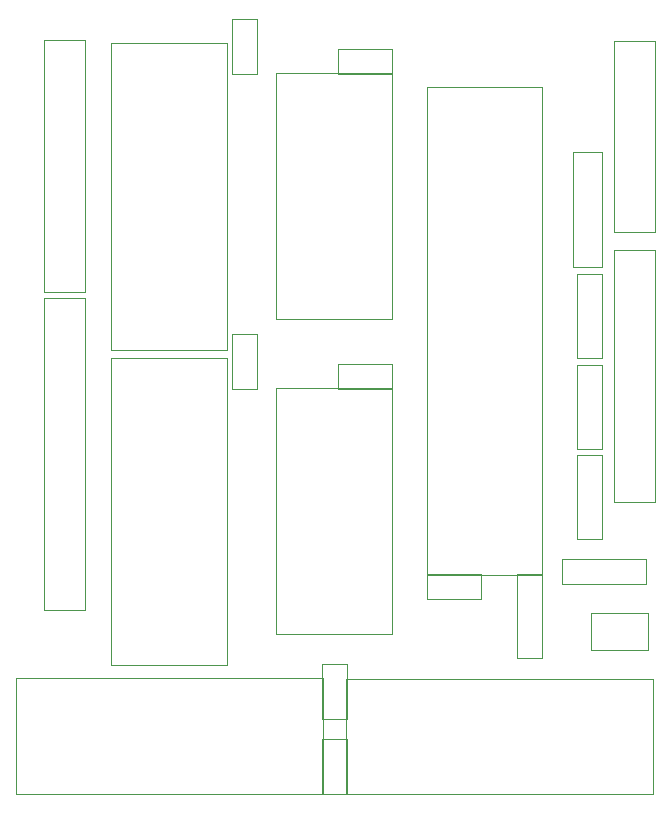
<source format=gbr>
G04 #@! TF.GenerationSoftware,KiCad,Pcbnew,(6.0.5)*
G04 #@! TF.CreationDate,2022-06-29T15:53:13+12:00*
G04 #@! TF.ProjectId,APEDSK-AU,41504544-534b-42d4-9155-2e6b69636164,rev?*
G04 #@! TF.SameCoordinates,Original*
G04 #@! TF.FileFunction,Other,User*
%FSLAX46Y46*%
G04 Gerber Fmt 4.6, Leading zero omitted, Abs format (unit mm)*
G04 Created by KiCad (PCBNEW (6.0.5)) date 2022-06-29 15:53:13*
%MOMM*%
%LPD*%
G01*
G04 APERTURE LIST*
%ADD10C,0.050000*%
G04 APERTURE END LIST*
D10*
X170208000Y-89035000D02*
X173708000Y-89035000D01*
X170208000Y-110335000D02*
X170208000Y-89035000D01*
X173708000Y-110335000D02*
X173708000Y-89035000D01*
X170208000Y-110335000D02*
X173708000Y-110335000D01*
X170208000Y-87475000D02*
X170208000Y-71275000D01*
X173708000Y-87475000D02*
X173708000Y-71275000D01*
X170208000Y-71275000D02*
X173708000Y-71275000D01*
X170208000Y-87475000D02*
X173708000Y-87475000D01*
X125448000Y-119479000D02*
X125448000Y-93079000D01*
X121948000Y-119479000D02*
X121948000Y-93079000D01*
X121948000Y-93079000D02*
X125448000Y-93079000D01*
X121948000Y-119479000D02*
X125448000Y-119479000D01*
X121948000Y-92555000D02*
X125448000Y-92555000D01*
X121948000Y-71255000D02*
X125448000Y-71255000D01*
X125448000Y-92555000D02*
X125448000Y-71255000D01*
X121948000Y-92555000D02*
X121948000Y-71255000D01*
X137888000Y-96145000D02*
X137888000Y-100745000D01*
X139988000Y-96145000D02*
X137888000Y-96145000D01*
X137888000Y-100745000D02*
X139988000Y-100745000D01*
X139988000Y-100745000D02*
X139988000Y-96145000D01*
X168268000Y-119735000D02*
X168268000Y-122835000D01*
X168268000Y-122835000D02*
X173118000Y-122835000D01*
X173118000Y-122835000D02*
X173118000Y-119735000D01*
X173118000Y-119735000D02*
X168268000Y-119735000D01*
X169198000Y-98105000D02*
X169198000Y-91025000D01*
X169198000Y-91025000D02*
X167098000Y-91025000D01*
X167098000Y-91025000D02*
X167098000Y-98105000D01*
X167098000Y-98105000D02*
X169198000Y-98105000D01*
X169198000Y-106365000D02*
X167098000Y-106365000D01*
X167098000Y-106365000D02*
X167098000Y-113445000D01*
X167098000Y-113445000D02*
X169198000Y-113445000D01*
X169198000Y-113445000D02*
X169198000Y-106365000D01*
X172908000Y-117255000D02*
X172908000Y-115155000D01*
X165828000Y-117255000D02*
X172908000Y-117255000D01*
X165828000Y-115155000D02*
X165828000Y-117255000D01*
X172908000Y-115155000D02*
X165828000Y-115155000D01*
X145508000Y-130435000D02*
X145508000Y-135035000D01*
X145508000Y-135035000D02*
X147608000Y-135035000D01*
X147608000Y-135035000D02*
X147608000Y-130435000D01*
X147608000Y-130435000D02*
X145508000Y-130435000D01*
X119618000Y-135065000D02*
X145568000Y-135065000D01*
X145568000Y-125265000D02*
X119618000Y-125265000D01*
X119618000Y-125265000D02*
X119618000Y-135065000D01*
X145568000Y-135065000D02*
X145568000Y-125265000D01*
X145508000Y-128685000D02*
X147608000Y-128685000D01*
X145508000Y-124085000D02*
X145508000Y-128685000D01*
X147608000Y-124085000D02*
X145508000Y-124085000D01*
X147608000Y-128685000D02*
X147608000Y-124085000D01*
X169198000Y-98745000D02*
X167098000Y-98745000D01*
X169198000Y-105825000D02*
X169198000Y-98745000D01*
X167098000Y-105825000D02*
X169198000Y-105825000D01*
X167098000Y-98745000D02*
X167098000Y-105825000D01*
X162018000Y-116425000D02*
X162018000Y-123505000D01*
X164118000Y-123505000D02*
X164118000Y-116425000D01*
X162018000Y-123505000D02*
X164118000Y-123505000D01*
X164118000Y-116425000D02*
X162018000Y-116425000D01*
X147548000Y-135085000D02*
X173498000Y-135085000D01*
X173498000Y-135085000D02*
X173498000Y-125285000D01*
X173498000Y-125285000D02*
X147548000Y-125285000D01*
X147548000Y-125285000D02*
X147548000Y-135085000D01*
X154388000Y-116535000D02*
X164168000Y-116535000D01*
X164168000Y-75235000D02*
X154388000Y-75235000D01*
X164168000Y-116535000D02*
X164168000Y-75235000D01*
X154388000Y-75235000D02*
X154388000Y-116535000D01*
X139988000Y-74075000D02*
X139988000Y-69475000D01*
X137888000Y-74075000D02*
X139988000Y-74075000D01*
X137888000Y-69475000D02*
X137888000Y-74075000D01*
X139988000Y-69475000D02*
X137888000Y-69475000D01*
X127678000Y-71475000D02*
X127678000Y-97425000D01*
X137478000Y-71475000D02*
X127678000Y-71475000D01*
X127678000Y-97425000D02*
X137478000Y-97425000D01*
X137478000Y-97425000D02*
X137478000Y-71475000D01*
X127678000Y-124095000D02*
X137478000Y-124095000D01*
X137478000Y-98145000D02*
X127678000Y-98145000D01*
X137478000Y-124095000D02*
X137478000Y-98145000D01*
X127678000Y-98145000D02*
X127678000Y-124095000D01*
X151448000Y-100685000D02*
X141648000Y-100685000D01*
X141648000Y-100685000D02*
X141648000Y-121535000D01*
X151448000Y-121535000D02*
X151448000Y-100685000D01*
X141648000Y-121535000D02*
X151448000Y-121535000D01*
X151418000Y-71975000D02*
X146818000Y-71975000D01*
X146818000Y-74075000D02*
X151418000Y-74075000D01*
X146818000Y-71975000D02*
X146818000Y-74075000D01*
X151418000Y-74075000D02*
X151418000Y-71975000D01*
X141648000Y-94865000D02*
X151448000Y-94865000D01*
X151448000Y-74015000D02*
X141648000Y-74015000D01*
X151448000Y-94865000D02*
X151448000Y-74015000D01*
X141648000Y-74015000D02*
X141648000Y-94865000D01*
X151418000Y-100745000D02*
X151418000Y-98645000D01*
X146818000Y-98645000D02*
X146818000Y-100745000D01*
X146818000Y-100745000D02*
X151418000Y-100745000D01*
X151418000Y-98645000D02*
X146818000Y-98645000D01*
X154398000Y-116425000D02*
X154398000Y-118525000D01*
X158998000Y-118525000D02*
X158998000Y-116425000D01*
X158998000Y-116425000D02*
X154398000Y-116425000D01*
X154398000Y-118525000D02*
X158998000Y-118525000D01*
X166748000Y-90415000D02*
X169248000Y-90415000D01*
X166748000Y-80695000D02*
X166748000Y-90415000D01*
X169248000Y-90415000D02*
X169248000Y-80695000D01*
X169248000Y-80695000D02*
X166748000Y-80695000D01*
M02*

</source>
